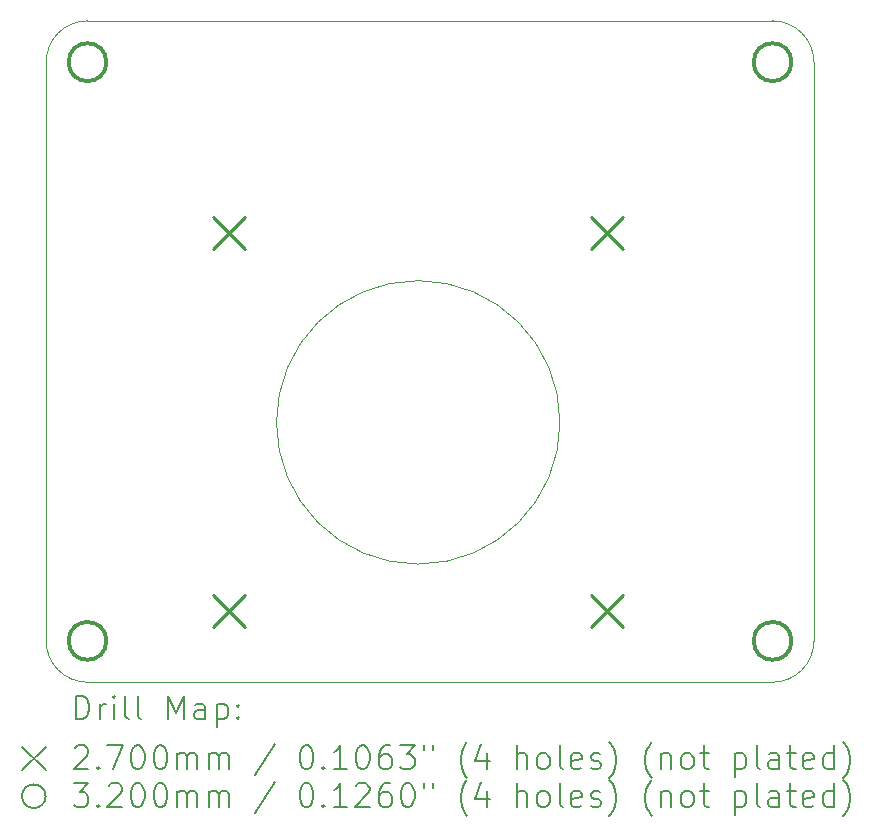
<source format=gbr>
%TF.GenerationSoftware,KiCad,Pcbnew,(6.0.9-0)*%
%TF.CreationDate,2024-08-31T06:56:25+09:00*%
%TF.ProjectId,LEDHat,4c454448-6174-42e6-9b69-6361645f7063,rev?*%
%TF.SameCoordinates,Original*%
%TF.FileFunction,Drillmap*%
%TF.FilePolarity,Positive*%
%FSLAX45Y45*%
G04 Gerber Fmt 4.5, Leading zero omitted, Abs format (unit mm)*
G04 Created by KiCad (PCBNEW (6.0.9-0)) date 2024-08-31 06:56:25*
%MOMM*%
%LPD*%
G01*
G04 APERTURE LIST*
%ADD10C,0.100000*%
%ADD11C,0.200000*%
%ADD12C,0.270000*%
%ADD13C,0.320000*%
G04 APERTURE END LIST*
D10*
X5000000Y-11250000D02*
X5000000Y-6350000D01*
X11150000Y-11600000D02*
X5350000Y-11600000D01*
X11500000Y-6350000D02*
X11500000Y-11250000D01*
X5350000Y-6000000D02*
X11150000Y-6000000D01*
X5350000Y-6000000D02*
G75*
G03*
X5000000Y-6350000I0J-350000D01*
G01*
X5000000Y-11250000D02*
G75*
G03*
X5350000Y-11600000I350000J0D01*
G01*
X11150000Y-11600000D02*
G75*
G03*
X11500000Y-11250000I0J350000D01*
G01*
X11500000Y-6350000D02*
G75*
G03*
X11150000Y-6000000I-350000J0D01*
G01*
X9350000Y-9400000D02*
G75*
G03*
X9350000Y-9400000I-1200000J0D01*
G01*
D11*
D12*
X6415000Y-7665000D02*
X6685000Y-7935000D01*
X6685000Y-7665000D02*
X6415000Y-7935000D01*
X6415000Y-10865000D02*
X6685000Y-11135000D01*
X6685000Y-10865000D02*
X6415000Y-11135000D01*
X9615000Y-7665000D02*
X9885000Y-7935000D01*
X9885000Y-7665000D02*
X9615000Y-7935000D01*
X9615000Y-10865000D02*
X9885000Y-11135000D01*
X9885000Y-10865000D02*
X9615000Y-11135000D01*
D13*
X5510000Y-6350000D02*
G75*
G03*
X5510000Y-6350000I-160000J0D01*
G01*
X5510000Y-11250000D02*
G75*
G03*
X5510000Y-11250000I-160000J0D01*
G01*
X11310000Y-6350000D02*
G75*
G03*
X11310000Y-6350000I-160000J0D01*
G01*
X11310000Y-11250000D02*
G75*
G03*
X11310000Y-11250000I-160000J0D01*
G01*
D11*
X5252619Y-11915476D02*
X5252619Y-11715476D01*
X5300238Y-11715476D01*
X5328810Y-11725000D01*
X5347857Y-11744048D01*
X5357381Y-11763095D01*
X5366905Y-11801190D01*
X5366905Y-11829762D01*
X5357381Y-11867857D01*
X5347857Y-11886905D01*
X5328810Y-11905952D01*
X5300238Y-11915476D01*
X5252619Y-11915476D01*
X5452619Y-11915476D02*
X5452619Y-11782143D01*
X5452619Y-11820238D02*
X5462143Y-11801190D01*
X5471667Y-11791667D01*
X5490714Y-11782143D01*
X5509762Y-11782143D01*
X5576429Y-11915476D02*
X5576429Y-11782143D01*
X5576429Y-11715476D02*
X5566905Y-11725000D01*
X5576429Y-11734524D01*
X5585952Y-11725000D01*
X5576429Y-11715476D01*
X5576429Y-11734524D01*
X5700238Y-11915476D02*
X5681190Y-11905952D01*
X5671667Y-11886905D01*
X5671667Y-11715476D01*
X5805000Y-11915476D02*
X5785952Y-11905952D01*
X5776428Y-11886905D01*
X5776428Y-11715476D01*
X6033571Y-11915476D02*
X6033571Y-11715476D01*
X6100238Y-11858333D01*
X6166905Y-11715476D01*
X6166905Y-11915476D01*
X6347857Y-11915476D02*
X6347857Y-11810714D01*
X6338333Y-11791667D01*
X6319286Y-11782143D01*
X6281190Y-11782143D01*
X6262143Y-11791667D01*
X6347857Y-11905952D02*
X6328809Y-11915476D01*
X6281190Y-11915476D01*
X6262143Y-11905952D01*
X6252619Y-11886905D01*
X6252619Y-11867857D01*
X6262143Y-11848809D01*
X6281190Y-11839286D01*
X6328809Y-11839286D01*
X6347857Y-11829762D01*
X6443095Y-11782143D02*
X6443095Y-11982143D01*
X6443095Y-11791667D02*
X6462143Y-11782143D01*
X6500238Y-11782143D01*
X6519286Y-11791667D01*
X6528809Y-11801190D01*
X6538333Y-11820238D01*
X6538333Y-11877381D01*
X6528809Y-11896428D01*
X6519286Y-11905952D01*
X6500238Y-11915476D01*
X6462143Y-11915476D01*
X6443095Y-11905952D01*
X6624048Y-11896428D02*
X6633571Y-11905952D01*
X6624048Y-11915476D01*
X6614524Y-11905952D01*
X6624048Y-11896428D01*
X6624048Y-11915476D01*
X6624048Y-11791667D02*
X6633571Y-11801190D01*
X6624048Y-11810714D01*
X6614524Y-11801190D01*
X6624048Y-11791667D01*
X6624048Y-11810714D01*
X4795000Y-12145000D02*
X4995000Y-12345000D01*
X4995000Y-12145000D02*
X4795000Y-12345000D01*
X5243095Y-12154524D02*
X5252619Y-12145000D01*
X5271667Y-12135476D01*
X5319286Y-12135476D01*
X5338333Y-12145000D01*
X5347857Y-12154524D01*
X5357381Y-12173571D01*
X5357381Y-12192619D01*
X5347857Y-12221190D01*
X5233571Y-12335476D01*
X5357381Y-12335476D01*
X5443095Y-12316428D02*
X5452619Y-12325952D01*
X5443095Y-12335476D01*
X5433571Y-12325952D01*
X5443095Y-12316428D01*
X5443095Y-12335476D01*
X5519286Y-12135476D02*
X5652619Y-12135476D01*
X5566905Y-12335476D01*
X5766905Y-12135476D02*
X5785952Y-12135476D01*
X5805000Y-12145000D01*
X5814524Y-12154524D01*
X5824048Y-12173571D01*
X5833571Y-12211667D01*
X5833571Y-12259286D01*
X5824048Y-12297381D01*
X5814524Y-12316428D01*
X5805000Y-12325952D01*
X5785952Y-12335476D01*
X5766905Y-12335476D01*
X5747857Y-12325952D01*
X5738333Y-12316428D01*
X5728809Y-12297381D01*
X5719286Y-12259286D01*
X5719286Y-12211667D01*
X5728809Y-12173571D01*
X5738333Y-12154524D01*
X5747857Y-12145000D01*
X5766905Y-12135476D01*
X5957381Y-12135476D02*
X5976428Y-12135476D01*
X5995476Y-12145000D01*
X6005000Y-12154524D01*
X6014524Y-12173571D01*
X6024048Y-12211667D01*
X6024048Y-12259286D01*
X6014524Y-12297381D01*
X6005000Y-12316428D01*
X5995476Y-12325952D01*
X5976428Y-12335476D01*
X5957381Y-12335476D01*
X5938333Y-12325952D01*
X5928809Y-12316428D01*
X5919286Y-12297381D01*
X5909762Y-12259286D01*
X5909762Y-12211667D01*
X5919286Y-12173571D01*
X5928809Y-12154524D01*
X5938333Y-12145000D01*
X5957381Y-12135476D01*
X6109762Y-12335476D02*
X6109762Y-12202143D01*
X6109762Y-12221190D02*
X6119286Y-12211667D01*
X6138333Y-12202143D01*
X6166905Y-12202143D01*
X6185952Y-12211667D01*
X6195476Y-12230714D01*
X6195476Y-12335476D01*
X6195476Y-12230714D02*
X6205000Y-12211667D01*
X6224048Y-12202143D01*
X6252619Y-12202143D01*
X6271667Y-12211667D01*
X6281190Y-12230714D01*
X6281190Y-12335476D01*
X6376428Y-12335476D02*
X6376428Y-12202143D01*
X6376428Y-12221190D02*
X6385952Y-12211667D01*
X6405000Y-12202143D01*
X6433571Y-12202143D01*
X6452619Y-12211667D01*
X6462143Y-12230714D01*
X6462143Y-12335476D01*
X6462143Y-12230714D02*
X6471667Y-12211667D01*
X6490714Y-12202143D01*
X6519286Y-12202143D01*
X6538333Y-12211667D01*
X6547857Y-12230714D01*
X6547857Y-12335476D01*
X6938333Y-12125952D02*
X6766905Y-12383095D01*
X7195476Y-12135476D02*
X7214524Y-12135476D01*
X7233571Y-12145000D01*
X7243095Y-12154524D01*
X7252619Y-12173571D01*
X7262143Y-12211667D01*
X7262143Y-12259286D01*
X7252619Y-12297381D01*
X7243095Y-12316428D01*
X7233571Y-12325952D01*
X7214524Y-12335476D01*
X7195476Y-12335476D01*
X7176428Y-12325952D01*
X7166905Y-12316428D01*
X7157381Y-12297381D01*
X7147857Y-12259286D01*
X7147857Y-12211667D01*
X7157381Y-12173571D01*
X7166905Y-12154524D01*
X7176428Y-12145000D01*
X7195476Y-12135476D01*
X7347857Y-12316428D02*
X7357381Y-12325952D01*
X7347857Y-12335476D01*
X7338333Y-12325952D01*
X7347857Y-12316428D01*
X7347857Y-12335476D01*
X7547857Y-12335476D02*
X7433571Y-12335476D01*
X7490714Y-12335476D02*
X7490714Y-12135476D01*
X7471667Y-12164048D01*
X7452619Y-12183095D01*
X7433571Y-12192619D01*
X7671667Y-12135476D02*
X7690714Y-12135476D01*
X7709762Y-12145000D01*
X7719286Y-12154524D01*
X7728809Y-12173571D01*
X7738333Y-12211667D01*
X7738333Y-12259286D01*
X7728809Y-12297381D01*
X7719286Y-12316428D01*
X7709762Y-12325952D01*
X7690714Y-12335476D01*
X7671667Y-12335476D01*
X7652619Y-12325952D01*
X7643095Y-12316428D01*
X7633571Y-12297381D01*
X7624048Y-12259286D01*
X7624048Y-12211667D01*
X7633571Y-12173571D01*
X7643095Y-12154524D01*
X7652619Y-12145000D01*
X7671667Y-12135476D01*
X7909762Y-12135476D02*
X7871667Y-12135476D01*
X7852619Y-12145000D01*
X7843095Y-12154524D01*
X7824048Y-12183095D01*
X7814524Y-12221190D01*
X7814524Y-12297381D01*
X7824048Y-12316428D01*
X7833571Y-12325952D01*
X7852619Y-12335476D01*
X7890714Y-12335476D01*
X7909762Y-12325952D01*
X7919286Y-12316428D01*
X7928809Y-12297381D01*
X7928809Y-12249762D01*
X7919286Y-12230714D01*
X7909762Y-12221190D01*
X7890714Y-12211667D01*
X7852619Y-12211667D01*
X7833571Y-12221190D01*
X7824048Y-12230714D01*
X7814524Y-12249762D01*
X7995476Y-12135476D02*
X8119286Y-12135476D01*
X8052619Y-12211667D01*
X8081190Y-12211667D01*
X8100238Y-12221190D01*
X8109762Y-12230714D01*
X8119286Y-12249762D01*
X8119286Y-12297381D01*
X8109762Y-12316428D01*
X8100238Y-12325952D01*
X8081190Y-12335476D01*
X8024048Y-12335476D01*
X8005000Y-12325952D01*
X7995476Y-12316428D01*
X8195476Y-12135476D02*
X8195476Y-12173571D01*
X8271667Y-12135476D02*
X8271667Y-12173571D01*
X8566905Y-12411667D02*
X8557381Y-12402143D01*
X8538333Y-12373571D01*
X8528810Y-12354524D01*
X8519286Y-12325952D01*
X8509762Y-12278333D01*
X8509762Y-12240238D01*
X8519286Y-12192619D01*
X8528810Y-12164048D01*
X8538333Y-12145000D01*
X8557381Y-12116428D01*
X8566905Y-12106905D01*
X8728810Y-12202143D02*
X8728810Y-12335476D01*
X8681190Y-12125952D02*
X8633571Y-12268809D01*
X8757381Y-12268809D01*
X8985952Y-12335476D02*
X8985952Y-12135476D01*
X9071667Y-12335476D02*
X9071667Y-12230714D01*
X9062143Y-12211667D01*
X9043095Y-12202143D01*
X9014524Y-12202143D01*
X8995476Y-12211667D01*
X8985952Y-12221190D01*
X9195476Y-12335476D02*
X9176429Y-12325952D01*
X9166905Y-12316428D01*
X9157381Y-12297381D01*
X9157381Y-12240238D01*
X9166905Y-12221190D01*
X9176429Y-12211667D01*
X9195476Y-12202143D01*
X9224048Y-12202143D01*
X9243095Y-12211667D01*
X9252619Y-12221190D01*
X9262143Y-12240238D01*
X9262143Y-12297381D01*
X9252619Y-12316428D01*
X9243095Y-12325952D01*
X9224048Y-12335476D01*
X9195476Y-12335476D01*
X9376429Y-12335476D02*
X9357381Y-12325952D01*
X9347857Y-12306905D01*
X9347857Y-12135476D01*
X9528810Y-12325952D02*
X9509762Y-12335476D01*
X9471667Y-12335476D01*
X9452619Y-12325952D01*
X9443095Y-12306905D01*
X9443095Y-12230714D01*
X9452619Y-12211667D01*
X9471667Y-12202143D01*
X9509762Y-12202143D01*
X9528810Y-12211667D01*
X9538333Y-12230714D01*
X9538333Y-12249762D01*
X9443095Y-12268809D01*
X9614524Y-12325952D02*
X9633571Y-12335476D01*
X9671667Y-12335476D01*
X9690714Y-12325952D01*
X9700238Y-12306905D01*
X9700238Y-12297381D01*
X9690714Y-12278333D01*
X9671667Y-12268809D01*
X9643095Y-12268809D01*
X9624048Y-12259286D01*
X9614524Y-12240238D01*
X9614524Y-12230714D01*
X9624048Y-12211667D01*
X9643095Y-12202143D01*
X9671667Y-12202143D01*
X9690714Y-12211667D01*
X9766905Y-12411667D02*
X9776429Y-12402143D01*
X9795476Y-12373571D01*
X9805000Y-12354524D01*
X9814524Y-12325952D01*
X9824048Y-12278333D01*
X9824048Y-12240238D01*
X9814524Y-12192619D01*
X9805000Y-12164048D01*
X9795476Y-12145000D01*
X9776429Y-12116428D01*
X9766905Y-12106905D01*
X10128810Y-12411667D02*
X10119286Y-12402143D01*
X10100238Y-12373571D01*
X10090714Y-12354524D01*
X10081190Y-12325952D01*
X10071667Y-12278333D01*
X10071667Y-12240238D01*
X10081190Y-12192619D01*
X10090714Y-12164048D01*
X10100238Y-12145000D01*
X10119286Y-12116428D01*
X10128810Y-12106905D01*
X10205000Y-12202143D02*
X10205000Y-12335476D01*
X10205000Y-12221190D02*
X10214524Y-12211667D01*
X10233571Y-12202143D01*
X10262143Y-12202143D01*
X10281190Y-12211667D01*
X10290714Y-12230714D01*
X10290714Y-12335476D01*
X10414524Y-12335476D02*
X10395476Y-12325952D01*
X10385952Y-12316428D01*
X10376429Y-12297381D01*
X10376429Y-12240238D01*
X10385952Y-12221190D01*
X10395476Y-12211667D01*
X10414524Y-12202143D01*
X10443095Y-12202143D01*
X10462143Y-12211667D01*
X10471667Y-12221190D01*
X10481190Y-12240238D01*
X10481190Y-12297381D01*
X10471667Y-12316428D01*
X10462143Y-12325952D01*
X10443095Y-12335476D01*
X10414524Y-12335476D01*
X10538333Y-12202143D02*
X10614524Y-12202143D01*
X10566905Y-12135476D02*
X10566905Y-12306905D01*
X10576429Y-12325952D01*
X10595476Y-12335476D01*
X10614524Y-12335476D01*
X10833571Y-12202143D02*
X10833571Y-12402143D01*
X10833571Y-12211667D02*
X10852619Y-12202143D01*
X10890714Y-12202143D01*
X10909762Y-12211667D01*
X10919286Y-12221190D01*
X10928810Y-12240238D01*
X10928810Y-12297381D01*
X10919286Y-12316428D01*
X10909762Y-12325952D01*
X10890714Y-12335476D01*
X10852619Y-12335476D01*
X10833571Y-12325952D01*
X11043095Y-12335476D02*
X11024048Y-12325952D01*
X11014524Y-12306905D01*
X11014524Y-12135476D01*
X11205000Y-12335476D02*
X11205000Y-12230714D01*
X11195476Y-12211667D01*
X11176429Y-12202143D01*
X11138333Y-12202143D01*
X11119286Y-12211667D01*
X11205000Y-12325952D02*
X11185952Y-12335476D01*
X11138333Y-12335476D01*
X11119286Y-12325952D01*
X11109762Y-12306905D01*
X11109762Y-12287857D01*
X11119286Y-12268809D01*
X11138333Y-12259286D01*
X11185952Y-12259286D01*
X11205000Y-12249762D01*
X11271667Y-12202143D02*
X11347857Y-12202143D01*
X11300238Y-12135476D02*
X11300238Y-12306905D01*
X11309762Y-12325952D01*
X11328809Y-12335476D01*
X11347857Y-12335476D01*
X11490714Y-12325952D02*
X11471667Y-12335476D01*
X11433571Y-12335476D01*
X11414524Y-12325952D01*
X11405000Y-12306905D01*
X11405000Y-12230714D01*
X11414524Y-12211667D01*
X11433571Y-12202143D01*
X11471667Y-12202143D01*
X11490714Y-12211667D01*
X11500238Y-12230714D01*
X11500238Y-12249762D01*
X11405000Y-12268809D01*
X11671667Y-12335476D02*
X11671667Y-12135476D01*
X11671667Y-12325952D02*
X11652619Y-12335476D01*
X11614524Y-12335476D01*
X11595476Y-12325952D01*
X11585952Y-12316428D01*
X11576428Y-12297381D01*
X11576428Y-12240238D01*
X11585952Y-12221190D01*
X11595476Y-12211667D01*
X11614524Y-12202143D01*
X11652619Y-12202143D01*
X11671667Y-12211667D01*
X11747857Y-12411667D02*
X11757381Y-12402143D01*
X11776428Y-12373571D01*
X11785952Y-12354524D01*
X11795476Y-12325952D01*
X11805000Y-12278333D01*
X11805000Y-12240238D01*
X11795476Y-12192619D01*
X11785952Y-12164048D01*
X11776428Y-12145000D01*
X11757381Y-12116428D01*
X11747857Y-12106905D01*
X4995000Y-12565000D02*
G75*
G03*
X4995000Y-12565000I-100000J0D01*
G01*
X5233571Y-12455476D02*
X5357381Y-12455476D01*
X5290714Y-12531667D01*
X5319286Y-12531667D01*
X5338333Y-12541190D01*
X5347857Y-12550714D01*
X5357381Y-12569762D01*
X5357381Y-12617381D01*
X5347857Y-12636428D01*
X5338333Y-12645952D01*
X5319286Y-12655476D01*
X5262143Y-12655476D01*
X5243095Y-12645952D01*
X5233571Y-12636428D01*
X5443095Y-12636428D02*
X5452619Y-12645952D01*
X5443095Y-12655476D01*
X5433571Y-12645952D01*
X5443095Y-12636428D01*
X5443095Y-12655476D01*
X5528810Y-12474524D02*
X5538333Y-12465000D01*
X5557381Y-12455476D01*
X5605000Y-12455476D01*
X5624048Y-12465000D01*
X5633571Y-12474524D01*
X5643095Y-12493571D01*
X5643095Y-12512619D01*
X5633571Y-12541190D01*
X5519286Y-12655476D01*
X5643095Y-12655476D01*
X5766905Y-12455476D02*
X5785952Y-12455476D01*
X5805000Y-12465000D01*
X5814524Y-12474524D01*
X5824048Y-12493571D01*
X5833571Y-12531667D01*
X5833571Y-12579286D01*
X5824048Y-12617381D01*
X5814524Y-12636428D01*
X5805000Y-12645952D01*
X5785952Y-12655476D01*
X5766905Y-12655476D01*
X5747857Y-12645952D01*
X5738333Y-12636428D01*
X5728809Y-12617381D01*
X5719286Y-12579286D01*
X5719286Y-12531667D01*
X5728809Y-12493571D01*
X5738333Y-12474524D01*
X5747857Y-12465000D01*
X5766905Y-12455476D01*
X5957381Y-12455476D02*
X5976428Y-12455476D01*
X5995476Y-12465000D01*
X6005000Y-12474524D01*
X6014524Y-12493571D01*
X6024048Y-12531667D01*
X6024048Y-12579286D01*
X6014524Y-12617381D01*
X6005000Y-12636428D01*
X5995476Y-12645952D01*
X5976428Y-12655476D01*
X5957381Y-12655476D01*
X5938333Y-12645952D01*
X5928809Y-12636428D01*
X5919286Y-12617381D01*
X5909762Y-12579286D01*
X5909762Y-12531667D01*
X5919286Y-12493571D01*
X5928809Y-12474524D01*
X5938333Y-12465000D01*
X5957381Y-12455476D01*
X6109762Y-12655476D02*
X6109762Y-12522143D01*
X6109762Y-12541190D02*
X6119286Y-12531667D01*
X6138333Y-12522143D01*
X6166905Y-12522143D01*
X6185952Y-12531667D01*
X6195476Y-12550714D01*
X6195476Y-12655476D01*
X6195476Y-12550714D02*
X6205000Y-12531667D01*
X6224048Y-12522143D01*
X6252619Y-12522143D01*
X6271667Y-12531667D01*
X6281190Y-12550714D01*
X6281190Y-12655476D01*
X6376428Y-12655476D02*
X6376428Y-12522143D01*
X6376428Y-12541190D02*
X6385952Y-12531667D01*
X6405000Y-12522143D01*
X6433571Y-12522143D01*
X6452619Y-12531667D01*
X6462143Y-12550714D01*
X6462143Y-12655476D01*
X6462143Y-12550714D02*
X6471667Y-12531667D01*
X6490714Y-12522143D01*
X6519286Y-12522143D01*
X6538333Y-12531667D01*
X6547857Y-12550714D01*
X6547857Y-12655476D01*
X6938333Y-12445952D02*
X6766905Y-12703095D01*
X7195476Y-12455476D02*
X7214524Y-12455476D01*
X7233571Y-12465000D01*
X7243095Y-12474524D01*
X7252619Y-12493571D01*
X7262143Y-12531667D01*
X7262143Y-12579286D01*
X7252619Y-12617381D01*
X7243095Y-12636428D01*
X7233571Y-12645952D01*
X7214524Y-12655476D01*
X7195476Y-12655476D01*
X7176428Y-12645952D01*
X7166905Y-12636428D01*
X7157381Y-12617381D01*
X7147857Y-12579286D01*
X7147857Y-12531667D01*
X7157381Y-12493571D01*
X7166905Y-12474524D01*
X7176428Y-12465000D01*
X7195476Y-12455476D01*
X7347857Y-12636428D02*
X7357381Y-12645952D01*
X7347857Y-12655476D01*
X7338333Y-12645952D01*
X7347857Y-12636428D01*
X7347857Y-12655476D01*
X7547857Y-12655476D02*
X7433571Y-12655476D01*
X7490714Y-12655476D02*
X7490714Y-12455476D01*
X7471667Y-12484048D01*
X7452619Y-12503095D01*
X7433571Y-12512619D01*
X7624048Y-12474524D02*
X7633571Y-12465000D01*
X7652619Y-12455476D01*
X7700238Y-12455476D01*
X7719286Y-12465000D01*
X7728809Y-12474524D01*
X7738333Y-12493571D01*
X7738333Y-12512619D01*
X7728809Y-12541190D01*
X7614524Y-12655476D01*
X7738333Y-12655476D01*
X7909762Y-12455476D02*
X7871667Y-12455476D01*
X7852619Y-12465000D01*
X7843095Y-12474524D01*
X7824048Y-12503095D01*
X7814524Y-12541190D01*
X7814524Y-12617381D01*
X7824048Y-12636428D01*
X7833571Y-12645952D01*
X7852619Y-12655476D01*
X7890714Y-12655476D01*
X7909762Y-12645952D01*
X7919286Y-12636428D01*
X7928809Y-12617381D01*
X7928809Y-12569762D01*
X7919286Y-12550714D01*
X7909762Y-12541190D01*
X7890714Y-12531667D01*
X7852619Y-12531667D01*
X7833571Y-12541190D01*
X7824048Y-12550714D01*
X7814524Y-12569762D01*
X8052619Y-12455476D02*
X8071667Y-12455476D01*
X8090714Y-12465000D01*
X8100238Y-12474524D01*
X8109762Y-12493571D01*
X8119286Y-12531667D01*
X8119286Y-12579286D01*
X8109762Y-12617381D01*
X8100238Y-12636428D01*
X8090714Y-12645952D01*
X8071667Y-12655476D01*
X8052619Y-12655476D01*
X8033571Y-12645952D01*
X8024048Y-12636428D01*
X8014524Y-12617381D01*
X8005000Y-12579286D01*
X8005000Y-12531667D01*
X8014524Y-12493571D01*
X8024048Y-12474524D01*
X8033571Y-12465000D01*
X8052619Y-12455476D01*
X8195476Y-12455476D02*
X8195476Y-12493571D01*
X8271667Y-12455476D02*
X8271667Y-12493571D01*
X8566905Y-12731667D02*
X8557381Y-12722143D01*
X8538333Y-12693571D01*
X8528810Y-12674524D01*
X8519286Y-12645952D01*
X8509762Y-12598333D01*
X8509762Y-12560238D01*
X8519286Y-12512619D01*
X8528810Y-12484048D01*
X8538333Y-12465000D01*
X8557381Y-12436428D01*
X8566905Y-12426905D01*
X8728810Y-12522143D02*
X8728810Y-12655476D01*
X8681190Y-12445952D02*
X8633571Y-12588809D01*
X8757381Y-12588809D01*
X8985952Y-12655476D02*
X8985952Y-12455476D01*
X9071667Y-12655476D02*
X9071667Y-12550714D01*
X9062143Y-12531667D01*
X9043095Y-12522143D01*
X9014524Y-12522143D01*
X8995476Y-12531667D01*
X8985952Y-12541190D01*
X9195476Y-12655476D02*
X9176429Y-12645952D01*
X9166905Y-12636428D01*
X9157381Y-12617381D01*
X9157381Y-12560238D01*
X9166905Y-12541190D01*
X9176429Y-12531667D01*
X9195476Y-12522143D01*
X9224048Y-12522143D01*
X9243095Y-12531667D01*
X9252619Y-12541190D01*
X9262143Y-12560238D01*
X9262143Y-12617381D01*
X9252619Y-12636428D01*
X9243095Y-12645952D01*
X9224048Y-12655476D01*
X9195476Y-12655476D01*
X9376429Y-12655476D02*
X9357381Y-12645952D01*
X9347857Y-12626905D01*
X9347857Y-12455476D01*
X9528810Y-12645952D02*
X9509762Y-12655476D01*
X9471667Y-12655476D01*
X9452619Y-12645952D01*
X9443095Y-12626905D01*
X9443095Y-12550714D01*
X9452619Y-12531667D01*
X9471667Y-12522143D01*
X9509762Y-12522143D01*
X9528810Y-12531667D01*
X9538333Y-12550714D01*
X9538333Y-12569762D01*
X9443095Y-12588809D01*
X9614524Y-12645952D02*
X9633571Y-12655476D01*
X9671667Y-12655476D01*
X9690714Y-12645952D01*
X9700238Y-12626905D01*
X9700238Y-12617381D01*
X9690714Y-12598333D01*
X9671667Y-12588809D01*
X9643095Y-12588809D01*
X9624048Y-12579286D01*
X9614524Y-12560238D01*
X9614524Y-12550714D01*
X9624048Y-12531667D01*
X9643095Y-12522143D01*
X9671667Y-12522143D01*
X9690714Y-12531667D01*
X9766905Y-12731667D02*
X9776429Y-12722143D01*
X9795476Y-12693571D01*
X9805000Y-12674524D01*
X9814524Y-12645952D01*
X9824048Y-12598333D01*
X9824048Y-12560238D01*
X9814524Y-12512619D01*
X9805000Y-12484048D01*
X9795476Y-12465000D01*
X9776429Y-12436428D01*
X9766905Y-12426905D01*
X10128810Y-12731667D02*
X10119286Y-12722143D01*
X10100238Y-12693571D01*
X10090714Y-12674524D01*
X10081190Y-12645952D01*
X10071667Y-12598333D01*
X10071667Y-12560238D01*
X10081190Y-12512619D01*
X10090714Y-12484048D01*
X10100238Y-12465000D01*
X10119286Y-12436428D01*
X10128810Y-12426905D01*
X10205000Y-12522143D02*
X10205000Y-12655476D01*
X10205000Y-12541190D02*
X10214524Y-12531667D01*
X10233571Y-12522143D01*
X10262143Y-12522143D01*
X10281190Y-12531667D01*
X10290714Y-12550714D01*
X10290714Y-12655476D01*
X10414524Y-12655476D02*
X10395476Y-12645952D01*
X10385952Y-12636428D01*
X10376429Y-12617381D01*
X10376429Y-12560238D01*
X10385952Y-12541190D01*
X10395476Y-12531667D01*
X10414524Y-12522143D01*
X10443095Y-12522143D01*
X10462143Y-12531667D01*
X10471667Y-12541190D01*
X10481190Y-12560238D01*
X10481190Y-12617381D01*
X10471667Y-12636428D01*
X10462143Y-12645952D01*
X10443095Y-12655476D01*
X10414524Y-12655476D01*
X10538333Y-12522143D02*
X10614524Y-12522143D01*
X10566905Y-12455476D02*
X10566905Y-12626905D01*
X10576429Y-12645952D01*
X10595476Y-12655476D01*
X10614524Y-12655476D01*
X10833571Y-12522143D02*
X10833571Y-12722143D01*
X10833571Y-12531667D02*
X10852619Y-12522143D01*
X10890714Y-12522143D01*
X10909762Y-12531667D01*
X10919286Y-12541190D01*
X10928810Y-12560238D01*
X10928810Y-12617381D01*
X10919286Y-12636428D01*
X10909762Y-12645952D01*
X10890714Y-12655476D01*
X10852619Y-12655476D01*
X10833571Y-12645952D01*
X11043095Y-12655476D02*
X11024048Y-12645952D01*
X11014524Y-12626905D01*
X11014524Y-12455476D01*
X11205000Y-12655476D02*
X11205000Y-12550714D01*
X11195476Y-12531667D01*
X11176429Y-12522143D01*
X11138333Y-12522143D01*
X11119286Y-12531667D01*
X11205000Y-12645952D02*
X11185952Y-12655476D01*
X11138333Y-12655476D01*
X11119286Y-12645952D01*
X11109762Y-12626905D01*
X11109762Y-12607857D01*
X11119286Y-12588809D01*
X11138333Y-12579286D01*
X11185952Y-12579286D01*
X11205000Y-12569762D01*
X11271667Y-12522143D02*
X11347857Y-12522143D01*
X11300238Y-12455476D02*
X11300238Y-12626905D01*
X11309762Y-12645952D01*
X11328809Y-12655476D01*
X11347857Y-12655476D01*
X11490714Y-12645952D02*
X11471667Y-12655476D01*
X11433571Y-12655476D01*
X11414524Y-12645952D01*
X11405000Y-12626905D01*
X11405000Y-12550714D01*
X11414524Y-12531667D01*
X11433571Y-12522143D01*
X11471667Y-12522143D01*
X11490714Y-12531667D01*
X11500238Y-12550714D01*
X11500238Y-12569762D01*
X11405000Y-12588809D01*
X11671667Y-12655476D02*
X11671667Y-12455476D01*
X11671667Y-12645952D02*
X11652619Y-12655476D01*
X11614524Y-12655476D01*
X11595476Y-12645952D01*
X11585952Y-12636428D01*
X11576428Y-12617381D01*
X11576428Y-12560238D01*
X11585952Y-12541190D01*
X11595476Y-12531667D01*
X11614524Y-12522143D01*
X11652619Y-12522143D01*
X11671667Y-12531667D01*
X11747857Y-12731667D02*
X11757381Y-12722143D01*
X11776428Y-12693571D01*
X11785952Y-12674524D01*
X11795476Y-12645952D01*
X11805000Y-12598333D01*
X11805000Y-12560238D01*
X11795476Y-12512619D01*
X11785952Y-12484048D01*
X11776428Y-12465000D01*
X11757381Y-12436428D01*
X11747857Y-12426905D01*
M02*

</source>
